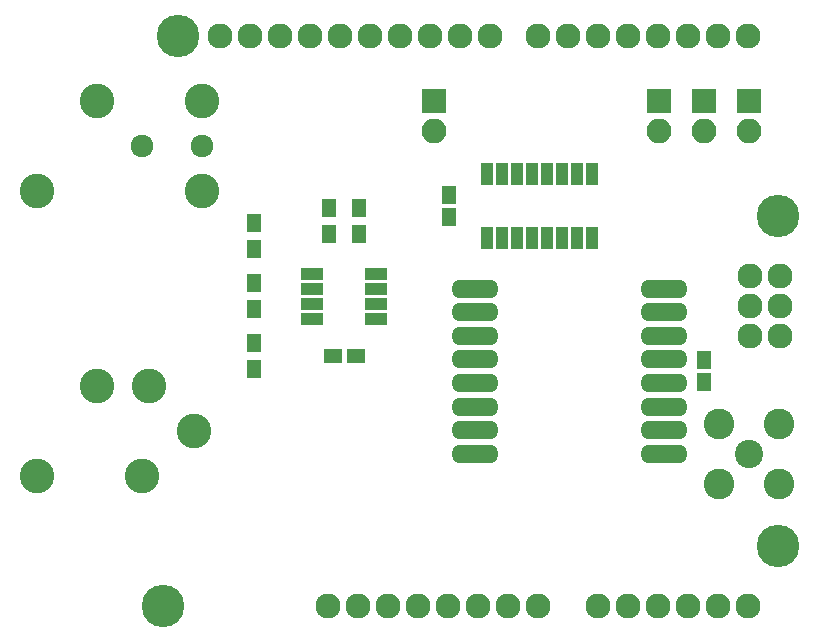
<source format=gts>
G04 #@! TF.FileFunction,Soldermask,Top*
%FSLAX46Y46*%
G04 Gerber Fmt 4.6, Leading zero omitted, Abs format (unit mm)*
G04 Created by KiCad (PCBNEW 4.0.7) date 05/12/18 01:40:03*
%MOMM*%
%LPD*%
G01*
G04 APERTURE LIST*
%ADD10C,0.100000*%
%ADD11C,2.940000*%
%ADD12C,1.924000*%
%ADD13R,2.100000X2.100000*%
%ADD14O,2.100000X2.100000*%
%ADD15C,2.600000*%
%ADD16C,2.400000*%
%ADD17O,3.999180X1.598880*%
%ADD18O,2.127200X2.127200*%
%ADD19C,3.600000*%
%ADD20R,1.150000X1.600000*%
%ADD21R,1.600000X1.150000*%
%ADD22R,1.300000X1.600000*%
%ADD23R,1.000000X1.900000*%
%ADD24R,1.950000X1.000000*%
G04 APERTURE END LIST*
D10*
D11*
X17272000Y37719000D03*
D12*
X17272000Y41529000D03*
D11*
X17272000Y45339000D03*
X3302000Y37719000D03*
X8382000Y45339000D03*
D12*
X12192000Y41529000D03*
D11*
X12192000Y13589000D03*
X16637000Y17399000D03*
X12827000Y21209000D03*
X3302000Y13589000D03*
X8382000Y21209000D03*
D13*
X56007000Y45339000D03*
D14*
X56007000Y42799000D03*
D13*
X59817000Y45339000D03*
D14*
X59817000Y42799000D03*
D13*
X63627000Y45339000D03*
D14*
X63627000Y42799000D03*
D15*
X61087000Y12954000D03*
X61087000Y18034000D03*
X66167000Y18034000D03*
X66167000Y12954000D03*
D16*
X63627000Y15494000D03*
D17*
X56385460Y15481300D03*
X56385460Y17480280D03*
X40388540Y15481300D03*
X56385460Y25478740D03*
X56385460Y27477720D03*
X56385460Y29476700D03*
X40388540Y29476700D03*
X40388540Y19479260D03*
X40388540Y21480780D03*
X56385460Y19479260D03*
X40388540Y23477220D03*
X40388540Y25478740D03*
X40388540Y17480280D03*
X40388540Y27477720D03*
X56385460Y21480780D03*
X56385460Y23477220D03*
D18*
X63665100Y25425400D03*
X66205100Y25425400D03*
X66205100Y27965400D03*
X63665100Y27965400D03*
X66205100Y30505400D03*
X50838100Y2565400D03*
X45758100Y2565400D03*
X43218100Y2565400D03*
X40678100Y2565400D03*
X38138100Y2565400D03*
X35598100Y2565400D03*
X33058100Y2565400D03*
X30518100Y2565400D03*
X63538100Y50825400D03*
X60998100Y50825400D03*
X58458100Y50825400D03*
X55918100Y50825400D03*
X53378100Y50825400D03*
X50838100Y50825400D03*
X48298100Y50825400D03*
X45758100Y50825400D03*
X26454100Y50825400D03*
X41694100Y50825400D03*
X39154100Y50825400D03*
X36614100Y50825400D03*
D19*
X66078100Y7645400D03*
X66078100Y35585400D03*
X15278100Y50825400D03*
X14008100Y2565400D03*
D18*
X18834100Y50825400D03*
X21374100Y50825400D03*
X23914100Y50825400D03*
X28994100Y50825400D03*
X31534100Y50825400D03*
X34074100Y50825400D03*
X27978100Y2565400D03*
X53378100Y2565400D03*
X55918100Y2565400D03*
X58458100Y2565400D03*
X60998100Y2565400D03*
X63538100Y2565400D03*
X63665100Y30505400D03*
D20*
X38227000Y35499000D03*
X38227000Y37399000D03*
D21*
X28387000Y23749000D03*
X30287000Y23749000D03*
D20*
X59817000Y23429000D03*
X59817000Y21529000D03*
D22*
X21717000Y35009000D03*
X21717000Y32809000D03*
X21717000Y29929000D03*
X21717000Y27729000D03*
X21717000Y24849000D03*
X21717000Y22649000D03*
D23*
X41402000Y33749000D03*
X42672000Y33749000D03*
X43942000Y33749000D03*
X45212000Y33749000D03*
X46482000Y33749000D03*
X47752000Y33749000D03*
X49022000Y33749000D03*
X50292000Y33749000D03*
X50292000Y39149000D03*
X49022000Y39149000D03*
X47752000Y39149000D03*
X46482000Y39149000D03*
X45212000Y39149000D03*
X43942000Y39149000D03*
X42672000Y39149000D03*
X41402000Y39149000D03*
D24*
X32037000Y26924000D03*
X32037000Y28194000D03*
X32037000Y29464000D03*
X32037000Y30734000D03*
X26637000Y30734000D03*
X26637000Y29464000D03*
X26637000Y28194000D03*
X26637000Y26924000D03*
D13*
X36957000Y45339000D03*
D14*
X36957000Y42799000D03*
D22*
X30607000Y34079000D03*
X30607000Y36279000D03*
X28067000Y36279000D03*
X28067000Y34079000D03*
M02*

</source>
